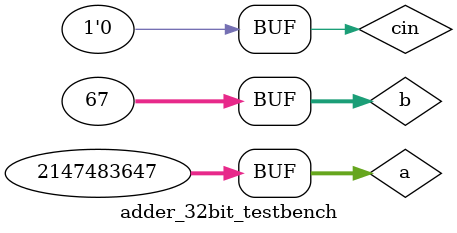
<source format=v>
`define DELAY 20
module adder_32bit_testbench();

	reg signed [31:0] a, b;
	wire signed [31:0] sum;
	reg cin;
	wire cout;
	
	adder_32bit adder32(cout, sum, a, b, cin);
	
	initial 
		begin
			a = 32'b00000001000000000000000000000111; b =32'b00000000000000000000000000111111; cin = 1'b0;
			#`DELAY;
			a = 32'b00000000000000000000000010011011; b =32'b00000000000000000000000000111111; cin = 1'b0;
			#`DELAY;
			a = 32'b11111111111111111111111111111110; b =32'b11111111111111111111111111101110; cin = 1'b0;
			#`DELAY;
			a = 32'b11111111111111111111001000010011; b =32'b00000000000000000100000000100000; cin = 1'b0;
			#`DELAY;
			a= 32'b11111111111111111111011000010011; b =32'b00000000000000000000000000000000; cin = 1'b1;
			#`DELAY;
			a = 32'b01111111111111111111111111111111; b =32'b00000000000000000000000001000011; cin = 1'b0;
			#`DELAY;
		end

	
	initial 
		begin
			$monitor("time=%2d, a=%32b, b=%32b, cin=%1b, cout=%1b, sum=%32b",$time, a, b, cin, cout, sum);
		end
		
endmodule	
	
</source>
